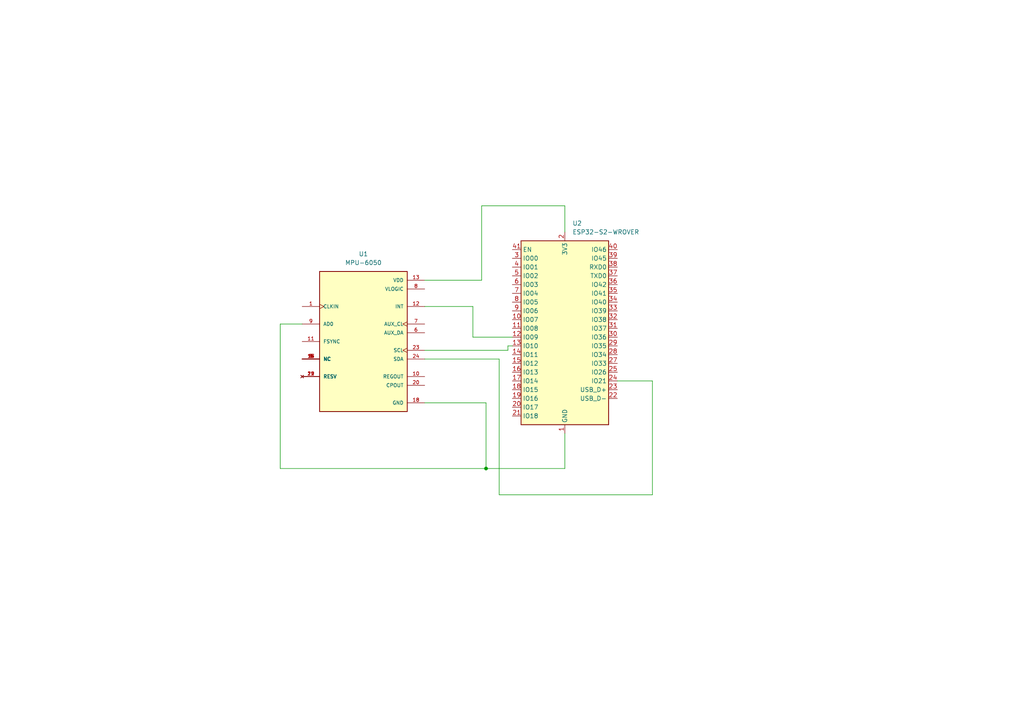
<source format=kicad_sch>
(kicad_sch
	(version 20231120)
	(generator "eeschema")
	(generator_version "8.0")
	(uuid "986669ec-1c20-4fe5-bb26-09a4609c38ca")
	(paper "A4")
	(lib_symbols
		(symbol "MPU-6050:MPU-6050"
			(pin_names
				(offset 1.016)
			)
			(exclude_from_sim no)
			(in_bom yes)
			(on_board yes)
			(property "Reference" "U"
				(at -12.7 21.082 0)
				(effects
					(font
						(size 1.27 1.27)
					)
					(justify left bottom)
				)
			)
			(property "Value" "MPU-6050"
				(at -12.7 -22.86 0)
				(effects
					(font
						(size 1.27 1.27)
					)
					(justify left bottom)
				)
			)
			(property "Footprint" "MPU-6050:QFN50P400X400X95-24N"
				(at 0 0 0)
				(effects
					(font
						(size 1.27 1.27)
					)
					(justify bottom)
					(hide yes)
				)
			)
			(property "Datasheet" ""
				(at 0 0 0)
				(effects
					(font
						(size 1.27 1.27)
					)
					(hide yes)
				)
			)
			(property "Description" ""
				(at 0 0 0)
				(effects
					(font
						(size 1.27 1.27)
					)
					(hide yes)
				)
			)
			(property "MF" "TDK InvenSense"
				(at 0 0 0)
				(effects
					(font
						(size 1.27 1.27)
					)
					(justify bottom)
					(hide yes)
				)
			)
			(property "MAXIMUM_PACKAGE_HEIGHT" "0.95mm"
				(at 0 0 0)
				(effects
					(font
						(size 1.27 1.27)
					)
					(justify bottom)
					(hide yes)
				)
			)
			(property "Package" "QFN-24 InvenSense"
				(at 0 0 0)
				(effects
					(font
						(size 1.27 1.27)
					)
					(justify bottom)
					(hide yes)
				)
			)
			(property "Price" "None"
				(at 0 0 0)
				(effects
					(font
						(size 1.27 1.27)
					)
					(justify bottom)
					(hide yes)
				)
			)
			(property "Check_prices" "https://www.snapeda.com/parts/MPU-6050/TDK+InvenSense/view-part/?ref=eda"
				(at 0 0 0)
				(effects
					(font
						(size 1.27 1.27)
					)
					(justify bottom)
					(hide yes)
				)
			)
			(property "STANDARD" "IPC-7351B"
				(at 0 0 0)
				(effects
					(font
						(size 1.27 1.27)
					)
					(justify bottom)
					(hide yes)
				)
			)
			(property "PARTREV" "3.4"
				(at 0 0 0)
				(effects
					(font
						(size 1.27 1.27)
					)
					(justify bottom)
					(hide yes)
				)
			)
			(property "SnapEDA_Link" "https://www.snapeda.com/parts/MPU-6050/TDK+InvenSense/view-part/?ref=snap"
				(at 0 0 0)
				(effects
					(font
						(size 1.27 1.27)
					)
					(justify bottom)
					(hide yes)
				)
			)
			(property "MP" "MPU-6050"
				(at 0 0 0)
				(effects
					(font
						(size 1.27 1.27)
					)
					(justify bottom)
					(hide yes)
				)
			)
			(property "Description_1" "\nMPU-6050 series Accelerometer, Gyroscope, 3 Axis Sensor Evaluation Board\n"
				(at 0 0 0)
				(effects
					(font
						(size 1.27 1.27)
					)
					(justify bottom)
					(hide yes)
				)
			)
			(property "Availability" "In Stock"
				(at 0 0 0)
				(effects
					(font
						(size 1.27 1.27)
					)
					(justify bottom)
					(hide yes)
				)
			)
			(property "MANUFACTURER" "InvenSense"
				(at 0 0 0)
				(effects
					(font
						(size 1.27 1.27)
					)
					(justify bottom)
					(hide yes)
				)
			)
			(symbol "MPU-6050_0_0"
				(rectangle
					(start -12.7 -20.32)
					(end 12.7 20.32)
					(stroke
						(width 0.254)
						(type default)
					)
					(fill
						(type background)
					)
				)
				(pin input clock
					(at -17.78 10.16 0)
					(length 5.08)
					(name "CLKIN"
						(effects
							(font
								(size 1.016 1.016)
							)
						)
					)
					(number "1"
						(effects
							(font
								(size 1.016 1.016)
							)
						)
					)
				)
				(pin passive line
					(at 17.78 -10.16 180)
					(length 5.08)
					(name "REGOUT"
						(effects
							(font
								(size 1.016 1.016)
							)
						)
					)
					(number "10"
						(effects
							(font
								(size 1.016 1.016)
							)
						)
					)
				)
				(pin input line
					(at -17.78 0 0)
					(length 5.08)
					(name "FSYNC"
						(effects
							(font
								(size 1.016 1.016)
							)
						)
					)
					(number "11"
						(effects
							(font
								(size 1.016 1.016)
							)
						)
					)
				)
				(pin output line
					(at 17.78 10.16 180)
					(length 5.08)
					(name "INT"
						(effects
							(font
								(size 1.016 1.016)
							)
						)
					)
					(number "12"
						(effects
							(font
								(size 1.016 1.016)
							)
						)
					)
				)
				(pin power_in line
					(at 17.78 17.78 180)
					(length 5.08)
					(name "VDD"
						(effects
							(font
								(size 1.016 1.016)
							)
						)
					)
					(number "13"
						(effects
							(font
								(size 1.016 1.016)
							)
						)
					)
				)
				(pin passive line
					(at -17.78 -5.08 0)
					(length 5.08)
					(name "NC"
						(effects
							(font
								(size 1.016 1.016)
							)
						)
					)
					(number "14"
						(effects
							(font
								(size 1.016 1.016)
							)
						)
					)
				)
				(pin passive line
					(at -17.78 -5.08 0)
					(length 5.08)
					(name "NC"
						(effects
							(font
								(size 1.016 1.016)
							)
						)
					)
					(number "15"
						(effects
							(font
								(size 1.016 1.016)
							)
						)
					)
				)
				(pin passive line
					(at -17.78 -5.08 0)
					(length 5.08)
					(name "NC"
						(effects
							(font
								(size 1.016 1.016)
							)
						)
					)
					(number "16"
						(effects
							(font
								(size 1.016 1.016)
							)
						)
					)
				)
				(pin passive line
					(at -17.78 -5.08 0)
					(length 5.08)
					(name "NC"
						(effects
							(font
								(size 1.016 1.016)
							)
						)
					)
					(number "17"
						(effects
							(font
								(size 1.016 1.016)
							)
						)
					)
				)
				(pin power_in line
					(at 17.78 -17.78 180)
					(length 5.08)
					(name "GND"
						(effects
							(font
								(size 1.016 1.016)
							)
						)
					)
					(number "18"
						(effects
							(font
								(size 1.016 1.016)
							)
						)
					)
				)
				(pin no_connect line
					(at -17.78 -10.16 0)
					(length 5.08)
					(name "RESV"
						(effects
							(font
								(size 1.016 1.016)
							)
						)
					)
					(number "19"
						(effects
							(font
								(size 1.016 1.016)
							)
						)
					)
				)
				(pin passive line
					(at -17.78 -5.08 0)
					(length 5.08)
					(name "NC"
						(effects
							(font
								(size 1.016 1.016)
							)
						)
					)
					(number "2"
						(effects
							(font
								(size 1.016 1.016)
							)
						)
					)
				)
				(pin passive line
					(at 17.78 -12.7 180)
					(length 5.08)
					(name "CPOUT"
						(effects
							(font
								(size 1.016 1.016)
							)
						)
					)
					(number "20"
						(effects
							(font
								(size 1.016 1.016)
							)
						)
					)
				)
				(pin no_connect line
					(at -17.78 -10.16 0)
					(length 5.08)
					(name "RESV"
						(effects
							(font
								(size 1.016 1.016)
							)
						)
					)
					(number "21"
						(effects
							(font
								(size 1.016 1.016)
							)
						)
					)
				)
				(pin no_connect line
					(at -17.78 -10.16 0)
					(length 5.08)
					(name "RESV"
						(effects
							(font
								(size 1.016 1.016)
							)
						)
					)
					(number "22"
						(effects
							(font
								(size 1.016 1.016)
							)
						)
					)
				)
				(pin input clock
					(at 17.78 -2.54 180)
					(length 5.08)
					(name "SCL"
						(effects
							(font
								(size 1.016 1.016)
							)
						)
					)
					(number "23"
						(effects
							(font
								(size 1.016 1.016)
							)
						)
					)
				)
				(pin bidirectional line
					(at 17.78 -5.08 180)
					(length 5.08)
					(name "SDA"
						(effects
							(font
								(size 1.016 1.016)
							)
						)
					)
					(number "24"
						(effects
							(font
								(size 1.016 1.016)
							)
						)
					)
				)
				(pin passive line
					(at -17.78 -5.08 0)
					(length 5.08)
					(name "NC"
						(effects
							(font
								(size 1.016 1.016)
							)
						)
					)
					(number "3"
						(effects
							(font
								(size 1.016 1.016)
							)
						)
					)
				)
				(pin passive line
					(at -17.78 -5.08 0)
					(length 5.08)
					(name "NC"
						(effects
							(font
								(size 1.016 1.016)
							)
						)
					)
					(number "4"
						(effects
							(font
								(size 1.016 1.016)
							)
						)
					)
				)
				(pin passive line
					(at -17.78 -5.08 0)
					(length 5.08)
					(name "NC"
						(effects
							(font
								(size 1.016 1.016)
							)
						)
					)
					(number "5"
						(effects
							(font
								(size 1.016 1.016)
							)
						)
					)
				)
				(pin bidirectional line
					(at 17.78 2.54 180)
					(length 5.08)
					(name "AUX_DA"
						(effects
							(font
								(size 1.016 1.016)
							)
						)
					)
					(number "6"
						(effects
							(font
								(size 1.016 1.016)
							)
						)
					)
				)
				(pin output clock
					(at 17.78 5.08 180)
					(length 5.08)
					(name "AUX_CL"
						(effects
							(font
								(size 1.016 1.016)
							)
						)
					)
					(number "7"
						(effects
							(font
								(size 1.016 1.016)
							)
						)
					)
				)
				(pin power_in line
					(at 17.78 15.24 180)
					(length 5.08)
					(name "VLOGIC"
						(effects
							(font
								(size 1.016 1.016)
							)
						)
					)
					(number "8"
						(effects
							(font
								(size 1.016 1.016)
							)
						)
					)
				)
				(pin input line
					(at -17.78 5.08 0)
					(length 5.08)
					(name "AD0"
						(effects
							(font
								(size 1.016 1.016)
							)
						)
					)
					(number "9"
						(effects
							(font
								(size 1.016 1.016)
							)
						)
					)
				)
			)
		)
		(symbol "RF_Module:ESP32-S2-WROVER"
			(exclude_from_sim no)
			(in_bom yes)
			(on_board yes)
			(property "Reference" "U"
				(at -12.7 29.21 0)
				(effects
					(font
						(size 1.27 1.27)
					)
					(justify left)
				)
			)
			(property "Value" "ESP32-S2-WROVER"
				(at 2.54 29.21 0)
				(effects
					(font
						(size 1.27 1.27)
					)
					(justify left)
				)
			)
			(property "Footprint" "RF_Module:ESP32-S2-WROVER"
				(at 19.05 -29.21 0)
				(effects
					(font
						(size 1.27 1.27)
					)
					(hide yes)
				)
			)
			(property "Datasheet" "https://www.espressif.com/sites/default/files/documentation/esp32-s2-wroom_esp32-s2-wroom-i_datasheet_en.pdf"
				(at -7.62 -20.32 0)
				(effects
					(font
						(size 1.27 1.27)
					)
					(hide yes)
				)
			)
			(property "Description" "RF Module, ESP32-D0WDQ6 SoC, Wi-Fi 802.11b/g/n, 32-bit, 2.7-3.6V, onboard antenna, SMD"
				(at 0 0 0)
				(effects
					(font
						(size 1.27 1.27)
					)
					(hide yes)
				)
			)
			(property "ki_keywords" "RF Radio ESP ESP32 Espressif onboard PCB antenna"
				(at 0 0 0)
				(effects
					(font
						(size 1.27 1.27)
					)
					(hide yes)
				)
			)
			(property "ki_fp_filters" "ESP32?S2?WROVER*"
				(at 0 0 0)
				(effects
					(font
						(size 1.27 1.27)
					)
					(hide yes)
				)
			)
			(symbol "ESP32-S2-WROVER_0_1"
				(rectangle
					(start -12.7 27.94)
					(end 12.7 -25.4)
					(stroke
						(width 0.254)
						(type default)
					)
					(fill
						(type background)
					)
				)
			)
			(symbol "ESP32-S2-WROVER_1_1"
				(pin power_in line
					(at 0 -27.94 90)
					(length 2.54)
					(name "GND"
						(effects
							(font
								(size 1.27 1.27)
							)
						)
					)
					(number "1"
						(effects
							(font
								(size 1.27 1.27)
							)
						)
					)
				)
				(pin bidirectional line
					(at -15.24 5.08 0)
					(length 2.54)
					(name "IO07"
						(effects
							(font
								(size 1.27 1.27)
							)
						)
					)
					(number "10"
						(effects
							(font
								(size 1.27 1.27)
							)
						)
					)
				)
				(pin bidirectional line
					(at -15.24 2.54 0)
					(length 2.54)
					(name "IO08"
						(effects
							(font
								(size 1.27 1.27)
							)
						)
					)
					(number "11"
						(effects
							(font
								(size 1.27 1.27)
							)
						)
					)
				)
				(pin bidirectional line
					(at -15.24 0 0)
					(length 2.54)
					(name "IO09"
						(effects
							(font
								(size 1.27 1.27)
							)
						)
					)
					(number "12"
						(effects
							(font
								(size 1.27 1.27)
							)
						)
					)
				)
				(pin bidirectional line
					(at -15.24 -2.54 0)
					(length 2.54)
					(name "IO10"
						(effects
							(font
								(size 1.27 1.27)
							)
						)
					)
					(number "13"
						(effects
							(font
								(size 1.27 1.27)
							)
						)
					)
				)
				(pin bidirectional line
					(at -15.24 -5.08 0)
					(length 2.54)
					(name "IO11"
						(effects
							(font
								(size 1.27 1.27)
							)
						)
					)
					(number "14"
						(effects
							(font
								(size 1.27 1.27)
							)
						)
					)
				)
				(pin bidirectional line
					(at -15.24 -7.62 0)
					(length 2.54)
					(name "IO12"
						(effects
							(font
								(size 1.27 1.27)
							)
						)
					)
					(number "15"
						(effects
							(font
								(size 1.27 1.27)
							)
						)
					)
				)
				(pin bidirectional line
					(at -15.24 -10.16 0)
					(length 2.54)
					(name "IO13"
						(effects
							(font
								(size 1.27 1.27)
							)
						)
					)
					(number "16"
						(effects
							(font
								(size 1.27 1.27)
							)
						)
					)
				)
				(pin bidirectional line
					(at -15.24 -12.7 0)
					(length 2.54)
					(name "IO14"
						(effects
							(font
								(size 1.27 1.27)
							)
						)
					)
					(number "17"
						(effects
							(font
								(size 1.27 1.27)
							)
						)
					)
				)
				(pin bidirectional line
					(at -15.24 -15.24 0)
					(length 2.54)
					(name "IO15"
						(effects
							(font
								(size 1.27 1.27)
							)
						)
					)
					(number "18"
						(effects
							(font
								(size 1.27 1.27)
							)
						)
					)
				)
				(pin bidirectional line
					(at -15.24 -17.78 0)
					(length 2.54)
					(name "IO16"
						(effects
							(font
								(size 1.27 1.27)
							)
						)
					)
					(number "19"
						(effects
							(font
								(size 1.27 1.27)
							)
						)
					)
				)
				(pin power_in line
					(at 0 30.48 270)
					(length 2.54)
					(name "3V3"
						(effects
							(font
								(size 1.27 1.27)
							)
						)
					)
					(number "2"
						(effects
							(font
								(size 1.27 1.27)
							)
						)
					)
				)
				(pin bidirectional line
					(at -15.24 -20.32 0)
					(length 2.54)
					(name "IO17"
						(effects
							(font
								(size 1.27 1.27)
							)
						)
					)
					(number "20"
						(effects
							(font
								(size 1.27 1.27)
							)
						)
					)
				)
				(pin bidirectional line
					(at -15.24 -22.86 0)
					(length 2.54)
					(name "IO18"
						(effects
							(font
								(size 1.27 1.27)
							)
						)
					)
					(number "21"
						(effects
							(font
								(size 1.27 1.27)
							)
						)
					)
				)
				(pin bidirectional line
					(at 15.24 -17.78 180)
					(length 2.54)
					(name "USB_D-"
						(effects
							(font
								(size 1.27 1.27)
							)
						)
					)
					(number "22"
						(effects
							(font
								(size 1.27 1.27)
							)
						)
					)
				)
				(pin bidirectional line
					(at 15.24 -15.24 180)
					(length 2.54)
					(name "USB_D+"
						(effects
							(font
								(size 1.27 1.27)
							)
						)
					)
					(number "23"
						(effects
							(font
								(size 1.27 1.27)
							)
						)
					)
				)
				(pin bidirectional line
					(at 15.24 -12.7 180)
					(length 2.54)
					(name "IO21"
						(effects
							(font
								(size 1.27 1.27)
							)
						)
					)
					(number "24"
						(effects
							(font
								(size 1.27 1.27)
							)
						)
					)
				)
				(pin bidirectional line
					(at 15.24 -10.16 180)
					(length 2.54)
					(name "IO26"
						(effects
							(font
								(size 1.27 1.27)
							)
						)
					)
					(number "25"
						(effects
							(font
								(size 1.27 1.27)
							)
						)
					)
				)
				(pin passive line
					(at 0 -27.94 90)
					(length 2.54) hide
					(name "GND"
						(effects
							(font
								(size 1.27 1.27)
							)
						)
					)
					(number "26"
						(effects
							(font
								(size 1.27 1.27)
							)
						)
					)
				)
				(pin bidirectional line
					(at 15.24 -7.62 180)
					(length 2.54)
					(name "IO33"
						(effects
							(font
								(size 1.27 1.27)
							)
						)
					)
					(number "27"
						(effects
							(font
								(size 1.27 1.27)
							)
						)
					)
				)
				(pin bidirectional line
					(at 15.24 -5.08 180)
					(length 2.54)
					(name "IO34"
						(effects
							(font
								(size 1.27 1.27)
							)
						)
					)
					(number "28"
						(effects
							(font
								(size 1.27 1.27)
							)
						)
					)
				)
				(pin bidirectional line
					(at 15.24 -2.54 180)
					(length 2.54)
					(name "IO35"
						(effects
							(font
								(size 1.27 1.27)
							)
						)
					)
					(number "29"
						(effects
							(font
								(size 1.27 1.27)
							)
						)
					)
				)
				(pin bidirectional line
					(at -15.24 22.86 0)
					(length 2.54)
					(name "IO00"
						(effects
							(font
								(size 1.27 1.27)
							)
						)
					)
					(number "3"
						(effects
							(font
								(size 1.27 1.27)
							)
						)
					)
				)
				(pin bidirectional line
					(at 15.24 0 180)
					(length 2.54)
					(name "IO36"
						(effects
							(font
								(size 1.27 1.27)
							)
						)
					)
					(number "30"
						(effects
							(font
								(size 1.27 1.27)
							)
						)
					)
				)
				(pin bidirectional line
					(at 15.24 2.54 180)
					(length 2.54)
					(name "IO37"
						(effects
							(font
								(size 1.27 1.27)
							)
						)
					)
					(number "31"
						(effects
							(font
								(size 1.27 1.27)
							)
						)
					)
				)
				(pin bidirectional line
					(at 15.24 5.08 180)
					(length 2.54)
					(name "IO38"
						(effects
							(font
								(size 1.27 1.27)
							)
						)
					)
					(number "32"
						(effects
							(font
								(size 1.27 1.27)
							)
						)
					)
				)
				(pin bidirectional line
					(at 15.24 7.62 180)
					(length 2.54)
					(name "IO39"
						(effects
							(font
								(size 1.27 1.27)
							)
						)
					)
					(number "33"
						(effects
							(font
								(size 1.27 1.27)
							)
						)
					)
				)
				(pin bidirectional line
					(at 15.24 10.16 180)
					(length 2.54)
					(name "IO40"
						(effects
							(font
								(size 1.27 1.27)
							)
						)
					)
					(number "34"
						(effects
							(font
								(size 1.27 1.27)
							)
						)
					)
				)
				(pin bidirectional line
					(at 15.24 12.7 180)
					(length 2.54)
					(name "IO41"
						(effects
							(font
								(size 1.27 1.27)
							)
						)
					)
					(number "35"
						(effects
							(font
								(size 1.27 1.27)
							)
						)
					)
				)
				(pin bidirectional line
					(at 15.24 15.24 180)
					(length 2.54)
					(name "IO42"
						(effects
							(font
								(size 1.27 1.27)
							)
						)
					)
					(number "36"
						(effects
							(font
								(size 1.27 1.27)
							)
						)
					)
				)
				(pin bidirectional line
					(at 15.24 17.78 180)
					(length 2.54)
					(name "TXD0"
						(effects
							(font
								(size 1.27 1.27)
							)
						)
					)
					(number "37"
						(effects
							(font
								(size 1.27 1.27)
							)
						)
					)
				)
				(pin bidirectional line
					(at 15.24 20.32 180)
					(length 2.54)
					(name "RXD0"
						(effects
							(font
								(size 1.27 1.27)
							)
						)
					)
					(number "38"
						(effects
							(font
								(size 1.27 1.27)
							)
						)
					)
				)
				(pin bidirectional line
					(at 15.24 22.86 180)
					(length 2.54)
					(name "IO45"
						(effects
							(font
								(size 1.27 1.27)
							)
						)
					)
					(number "39"
						(effects
							(font
								(size 1.27 1.27)
							)
						)
					)
				)
				(pin bidirectional line
					(at -15.24 20.32 0)
					(length 2.54)
					(name "IO01"
						(effects
							(font
								(size 1.27 1.27)
							)
						)
					)
					(number "4"
						(effects
							(font
								(size 1.27 1.27)
							)
						)
					)
				)
				(pin input line
					(at 15.24 25.4 180)
					(length 2.54)
					(name "IO46"
						(effects
							(font
								(size 1.27 1.27)
							)
						)
					)
					(number "40"
						(effects
							(font
								(size 1.27 1.27)
							)
						)
					)
				)
				(pin input line
					(at -15.24 25.4 0)
					(length 2.54)
					(name "EN"
						(effects
							(font
								(size 1.27 1.27)
							)
						)
					)
					(number "41"
						(effects
							(font
								(size 1.27 1.27)
							)
						)
					)
				)
				(pin passive line
					(at 0 -27.94 90)
					(length 2.54) hide
					(name "GND"
						(effects
							(font
								(size 1.27 1.27)
							)
						)
					)
					(number "42"
						(effects
							(font
								(size 1.27 1.27)
							)
						)
					)
				)
				(pin passive line
					(at 0 -27.94 90)
					(length 2.54) hide
					(name "GND"
						(effects
							(font
								(size 1.27 1.27)
							)
						)
					)
					(number "43"
						(effects
							(font
								(size 1.27 1.27)
							)
						)
					)
				)
				(pin bidirectional line
					(at -15.24 17.78 0)
					(length 2.54)
					(name "IO02"
						(effects
							(font
								(size 1.27 1.27)
							)
						)
					)
					(number "5"
						(effects
							(font
								(size 1.27 1.27)
							)
						)
					)
				)
				(pin bidirectional line
					(at -15.24 15.24 0)
					(length 2.54)
					(name "IO03"
						(effects
							(font
								(size 1.27 1.27)
							)
						)
					)
					(number "6"
						(effects
							(font
								(size 1.27 1.27)
							)
						)
					)
				)
				(pin bidirectional line
					(at -15.24 12.7 0)
					(length 2.54)
					(name "IO04"
						(effects
							(font
								(size 1.27 1.27)
							)
						)
					)
					(number "7"
						(effects
							(font
								(size 1.27 1.27)
							)
						)
					)
				)
				(pin bidirectional line
					(at -15.24 10.16 0)
					(length 2.54)
					(name "IO05"
						(effects
							(font
								(size 1.27 1.27)
							)
						)
					)
					(number "8"
						(effects
							(font
								(size 1.27 1.27)
							)
						)
					)
				)
				(pin bidirectional line
					(at -15.24 7.62 0)
					(length 2.54)
					(name "IO06"
						(effects
							(font
								(size 1.27 1.27)
							)
						)
					)
					(number "9"
						(effects
							(font
								(size 1.27 1.27)
							)
						)
					)
				)
			)
		)
	)
	(junction
		(at 140.97 135.89)
		(diameter 0)
		(color 0 0 0 0)
		(uuid "14c3703f-3e5f-4fca-a08f-90506b9a099f")
	)
	(wire
		(pts
			(xy 163.83 59.69) (xy 163.83 67.31)
		)
		(stroke
			(width 0)
			(type default)
		)
		(uuid "10543ffc-37d9-4d1e-b0d4-239b66d6293c")
	)
	(wire
		(pts
			(xy 123.19 88.9) (xy 137.16 88.9)
		)
		(stroke
			(width 0)
			(type default)
		)
		(uuid "255657a0-b1e1-46cb-81ad-42dd5c681523")
	)
	(wire
		(pts
			(xy 140.97 135.89) (xy 163.83 135.89)
		)
		(stroke
			(width 0)
			(type default)
		)
		(uuid "3b65923d-14cd-477e-a03f-d6753199dc0e")
	)
	(wire
		(pts
			(xy 147.32 100.33) (xy 148.59 100.33)
		)
		(stroke
			(width 0)
			(type default)
		)
		(uuid "51aaeef1-997e-462f-aa89-c3f55d7de5ec")
	)
	(wire
		(pts
			(xy 139.7 59.69) (xy 163.83 59.69)
		)
		(stroke
			(width 0)
			(type default)
		)
		(uuid "6e47140c-7b0b-448c-aa88-3ec638ee4ab1")
	)
	(wire
		(pts
			(xy 139.7 81.28) (xy 139.7 59.69)
		)
		(stroke
			(width 0)
			(type default)
		)
		(uuid "823bd0e5-73cd-45d6-96a4-bdbef08fb568")
	)
	(wire
		(pts
			(xy 189.23 143.51) (xy 189.23 110.49)
		)
		(stroke
			(width 0)
			(type default)
		)
		(uuid "8243f849-1edf-43da-a229-b536a5fa41da")
	)
	(wire
		(pts
			(xy 123.19 104.14) (xy 144.78 104.14)
		)
		(stroke
			(width 0)
			(type default)
		)
		(uuid "94ed977e-20f5-4515-b039-88818bfbb453")
	)
	(wire
		(pts
			(xy 81.28 93.98) (xy 81.28 135.89)
		)
		(stroke
			(width 0)
			(type default)
		)
		(uuid "954f2071-2327-4931-9a29-2f3885d8eb33")
	)
	(wire
		(pts
			(xy 144.78 104.14) (xy 144.78 143.51)
		)
		(stroke
			(width 0)
			(type default)
		)
		(uuid "9e9fdd22-7eb7-4418-9581-d5e660b77391")
	)
	(wire
		(pts
			(xy 123.19 81.28) (xy 139.7 81.28)
		)
		(stroke
			(width 0)
			(type default)
		)
		(uuid "bcdc721b-f8fa-4d7c-bda9-27ac3801683e")
	)
	(wire
		(pts
			(xy 137.16 88.9) (xy 137.16 97.79)
		)
		(stroke
			(width 0)
			(type default)
		)
		(uuid "c0b24d3a-89ff-4319-97bb-89c9dd260176")
	)
	(wire
		(pts
			(xy 87.63 93.98) (xy 81.28 93.98)
		)
		(stroke
			(width 0)
			(type default)
		)
		(uuid "c22b4c69-fe87-4d44-8c3e-877795a0723c")
	)
	(wire
		(pts
			(xy 163.83 135.89) (xy 163.83 125.73)
		)
		(stroke
			(width 0)
			(type default)
		)
		(uuid "c7c0a4ae-6ce7-4f7f-89ba-df943c72a6ba")
	)
	(wire
		(pts
			(xy 123.19 101.6) (xy 147.32 101.6)
		)
		(stroke
			(width 0)
			(type default)
		)
		(uuid "d0eac9ec-47e4-43e7-b78a-9fb4046a7196")
	)
	(wire
		(pts
			(xy 123.19 116.84) (xy 140.97 116.84)
		)
		(stroke
			(width 0)
			(type default)
		)
		(uuid "e57be865-1e71-4948-b0ef-ac6c65ca0bbb")
	)
	(wire
		(pts
			(xy 140.97 116.84) (xy 140.97 135.89)
		)
		(stroke
			(width 0)
			(type default)
		)
		(uuid "e58efa2c-1f09-41f4-a644-faa7933cfa07")
	)
	(wire
		(pts
			(xy 189.23 110.49) (xy 179.07 110.49)
		)
		(stroke
			(width 0)
			(type default)
		)
		(uuid "e904657c-5328-47e5-9ae5-4a05fe8757ab")
	)
	(wire
		(pts
			(xy 81.28 135.89) (xy 140.97 135.89)
		)
		(stroke
			(width 0)
			(type default)
		)
		(uuid "ead9bdb7-12d5-4f4f-b9cc-ee07212fc432")
	)
	(wire
		(pts
			(xy 137.16 97.79) (xy 148.59 97.79)
		)
		(stroke
			(width 0)
			(type default)
		)
		(uuid "eb795ec2-24d6-4644-aa42-ce9b0b52fd4e")
	)
	(wire
		(pts
			(xy 147.32 101.6) (xy 147.32 100.33)
		)
		(stroke
			(width 0)
			(type default)
		)
		(uuid "ed47fb7d-06bf-4523-a6a2-b3b368a0cb36")
	)
	(wire
		(pts
			(xy 144.78 143.51) (xy 189.23 143.51)
		)
		(stroke
			(width 0)
			(type default)
		)
		(uuid "ee278147-b084-4082-9daa-698108c31232")
	)
	(symbol
		(lib_id "RF_Module:ESP32-S2-WROVER")
		(at 163.83 97.79 0)
		(unit 1)
		(exclude_from_sim no)
		(in_bom yes)
		(on_board yes)
		(dnp no)
		(fields_autoplaced yes)
		(uuid "48da7182-fabc-4987-aac4-f32ce98e4d2b")
		(property "Reference" "U2"
			(at 166.0241 64.77 0)
			(effects
				(font
					(size 1.27 1.27)
				)
				(justify left)
			)
		)
		(property "Value" "ESP32-S2-WROVER"
			(at 166.0241 67.31 0)
			(effects
				(font
					(size 1.27 1.27)
				)
				(justify left)
			)
		)
		(property "Footprint" "RF_Module:ESP32-S2-WROVER"
			(at 182.88 127 0)
			(effects
				(font
					(size 1.27 1.27)
				)
				(hide yes)
			)
		)
		(property "Datasheet" "https://www.espressif.com/sites/default/files/documentation/esp32-s2-wroom_esp32-s2-wroom-i_datasheet_en.pdf"
			(at 156.21 118.11 0)
			(effects
				(font
					(size 1.27 1.27)
				)
				(hide yes)
			)
		)
		(property "Description" "RF Module, ESP32-D0WDQ6 SoC, Wi-Fi 802.11b/g/n, 32-bit, 2.7-3.6V, onboard antenna, SMD"
			(at 163.83 97.79 0)
			(effects
				(font
					(size 1.27 1.27)
				)
				(hide yes)
			)
		)
		(pin "14"
			(uuid "5cd54d61-6cb3-4782-862c-9e21ea83bd70")
		)
		(pin "40"
			(uuid "013e22a1-babf-4904-9116-34cf95f842af")
		)
		(pin "12"
			(uuid "e6c89228-a5f8-4b9d-ad8d-4af763598bda")
		)
		(pin "25"
			(uuid "0e0083eb-4963-41aa-b040-acffab4c841d")
		)
		(pin "34"
			(uuid "5238c3bd-ccf4-452d-8961-cb4dd2840146")
		)
		(pin "26"
			(uuid "a17b6cdf-d616-4dae-8d5d-46099dc70fb5")
		)
		(pin "35"
			(uuid "4dfdd21c-9777-42ce-8777-df72d4bcf4e0")
		)
		(pin "21"
			(uuid "12270016-1719-444f-b742-2ddedceda2be")
		)
		(pin "10"
			(uuid "c244a96a-c3ac-4def-8323-0a2d21e76833")
		)
		(pin "37"
			(uuid "1673d931-84c0-4daf-85ce-0e5bf208bcd9")
		)
		(pin "22"
			(uuid "7524e948-34bf-436b-be66-117daae24393")
		)
		(pin "41"
			(uuid "0587edee-0e79-43fa-9db0-2e645d9e2ad5")
		)
		(pin "7"
			(uuid "39a9e7fd-0e62-4de9-a8c4-dad02af74fa1")
		)
		(pin "27"
			(uuid "2c8a746d-62e7-4794-9d04-e3eae4670f13")
		)
		(pin "16"
			(uuid "0e7154bd-e9a4-4e4a-a448-da765e7029e9")
		)
		(pin "18"
			(uuid "a81e233e-e5e8-448a-b091-e6fa18f70c50")
		)
		(pin "20"
			(uuid "78cf5f71-6e93-4ce7-9561-2e1ec2349367")
		)
		(pin "28"
			(uuid "ef6ae8e0-fea1-453e-be23-73da85c198d9")
		)
		(pin "39"
			(uuid "22200562-1a1b-46f4-8a45-e60a2f833044")
		)
		(pin "2"
			(uuid "e1bd1bb1-f9b1-493b-b304-ca49ba01ef2e")
		)
		(pin "4"
			(uuid "d27ca4ab-d89b-40f8-861a-a7fb9bddadad")
		)
		(pin "11"
			(uuid "998ede47-28d3-4087-9311-33f68ce3c01f")
		)
		(pin "42"
			(uuid "39d32845-86c4-4a45-87e8-da59f9652fa3")
		)
		(pin "24"
			(uuid "8b936ae2-851d-4a1f-b32d-8a34e8a31572")
		)
		(pin "8"
			(uuid "ab32503f-e9ce-4b9a-b6ae-52cf1d41936b")
		)
		(pin "30"
			(uuid "0eee1fdf-556e-4b6b-ad56-f1c97b1b02dc")
		)
		(pin "38"
			(uuid "f6824ed7-c1c4-4b83-9b72-445727cb16cf")
		)
		(pin "6"
			(uuid "72ab4093-4dfd-4559-a9f5-555304d172ee")
		)
		(pin "9"
			(uuid "df78b55e-b6fc-4360-b76b-316f358ea093")
		)
		(pin "33"
			(uuid "3ce4cc39-6bed-4294-b0a4-f9482781b5e5")
		)
		(pin "5"
			(uuid "2e6d7574-644a-4a84-bcc7-f65291e5b025")
		)
		(pin "1"
			(uuid "1c50d5e1-9e2b-405d-8ebb-2a5ea808cab3")
		)
		(pin "31"
			(uuid "86540786-4287-40c7-ae4d-ad141310ffcd")
		)
		(pin "19"
			(uuid "6168fc2f-8a69-4e49-a634-26658321578c")
		)
		(pin "29"
			(uuid "9f17a1e9-8b4f-4b52-b179-4a1255a6e1c8")
		)
		(pin "13"
			(uuid "b1c8a861-0db8-4444-937c-d1b58aae85b4")
		)
		(pin "23"
			(uuid "701f86ed-1529-4044-b52f-5ee2dd7f3de3")
		)
		(pin "32"
			(uuid "5cadf2c1-2dce-4723-a268-81bcc9290c74")
		)
		(pin "15"
			(uuid "78619c8f-0a75-45fb-976a-6ccd8bd2f128")
		)
		(pin "36"
			(uuid "ef7116b3-b2bf-442c-95f8-825bed139d54")
		)
		(pin "17"
			(uuid "3e50f282-e0f1-40a3-b981-be70e24343f0")
		)
		(pin "3"
			(uuid "3f71173f-7eaf-4d51-8ba3-b2d96471a11a")
		)
		(pin "43"
			(uuid "bd484d4f-6852-4c34-9080-c7b516bb65b5")
		)
		(instances
			(project ""
				(path "/986669ec-1c20-4fe5-bb26-09a4609c38ca"
					(reference "U2")
					(unit 1)
				)
			)
		)
	)
	(symbol
		(lib_id "MPU-6050:MPU-6050")
		(at 105.41 99.06 0)
		(unit 1)
		(exclude_from_sim no)
		(in_bom yes)
		(on_board yes)
		(dnp no)
		(fields_autoplaced yes)
		(uuid "e400a17d-e65f-4b2d-92a2-0b0d575fc409")
		(property "Reference" "U1"
			(at 105.41 73.66 0)
			(effects
				(font
					(size 1.27 1.27)
				)
			)
		)
		(property "Value" "MPU-6050"
			(at 105.41 76.2 0)
			(effects
				(font
					(size 1.27 1.27)
				)
			)
		)
		(property "Footprint" "MPU-6050:QFN50P400X400X95-24N"
			(at 105.41 99.06 0)
			(effects
				(font
					(size 1.27 1.27)
				)
				(justify bottom)
				(hide yes)
			)
		)
		(property "Datasheet" ""
			(at 105.41 99.06 0)
			(effects
				(font
					(size 1.27 1.27)
				)
				(hide yes)
			)
		)
		(property "Description" ""
			(at 105.41 99.06 0)
			(effects
				(font
					(size 1.27 1.27)
				)
				(hide yes)
			)
		)
		(property "MF" "TDK InvenSense"
			(at 105.41 99.06 0)
			(effects
				(font
					(size 1.27 1.27)
				)
				(justify bottom)
				(hide yes)
			)
		)
		(property "MAXIMUM_PACKAGE_HEIGHT" "0.95mm"
			(at 105.41 99.06 0)
			(effects
				(font
					(size 1.27 1.27)
				)
				(justify bottom)
				(hide yes)
			)
		)
		(property "Package" "QFN-24 InvenSense"
			(at 105.41 99.06 0)
			(effects
				(font
					(size 1.27 1.27)
				)
				(justify bottom)
				(hide yes)
			)
		)
		(property "Price" "None"
			(at 105.41 99.06 0)
			(effects
				(font
					(size 1.27 1.27)
				)
				(justify bottom)
				(hide yes)
			)
		)
		(property "Check_prices" "https://www.snapeda.com/parts/MPU-6050/TDK+InvenSense/view-part/?ref=eda"
			(at 105.41 99.06 0)
			(effects
				(font
					(size 1.27 1.27)
				)
				(justify bottom)
				(hide yes)
			)
		)
		(property "STANDARD" "IPC-7351B"
			(at 105.41 99.06 0)
			(effects
				(font
					(size 1.27 1.27)
				)
				(justify bottom)
				(hide yes)
			)
		)
		(property "PARTREV" "3.4"
			(at 105.41 99.06 0)
			(effects
				(font
					(size 1.27 1.27)
				)
				(justify bottom)
				(hide yes)
			)
		)
		(property "SnapEDA_Link" "https://www.snapeda.com/parts/MPU-6050/TDK+InvenSense/view-part/?ref=snap"
			(at 105.41 99.06 0)
			(effects
				(font
					(size 1.27 1.27)
				)
				(justify bottom)
				(hide yes)
			)
		)
		(property "MP" "MPU-6050"
			(at 105.41 99.06 0)
			(effects
				(font
					(size 1.27 1.27)
				)
				(justify bottom)
				(hide yes)
			)
		)
		(property "Description_1" "\nMPU-6050 series Accelerometer, Gyroscope, 3 Axis Sensor Evaluation Board\n"
			(at 105.41 99.06 0)
			(effects
				(font
					(size 1.27 1.27)
				)
				(justify bottom)
				(hide yes)
			)
		)
		(property "Availability" "In Stock"
			(at 105.41 99.06 0)
			(effects
				(font
					(size 1.27 1.27)
				)
				(justify bottom)
				(hide yes)
			)
		)
		(property "MANUFACTURER" "InvenSense"
			(at 105.41 99.06 0)
			(effects
				(font
					(size 1.27 1.27)
				)
				(justify bottom)
				(hide yes)
			)
		)
		(pin "16"
			(uuid "aa8612d6-46ab-40a5-b5c6-51e44617319a")
		)
		(pin "4"
			(uuid "9eadf916-57d3-45c9-91db-ddbd1b27cc8d")
		)
		(pin "18"
			(uuid "1542eecb-35b1-48ee-938f-119fc86a5b7d")
		)
		(pin "24"
			(uuid "0dd0b564-b3e5-49e4-b8a5-4deb7d7d2345")
		)
		(pin "2"
			(uuid "e12521e3-95a5-4eea-838a-98ed0432794f")
		)
		(pin "8"
			(uuid "26855b16-b29c-48a1-a5cd-ce19d6057dec")
		)
		(pin "10"
			(uuid "39294f46-a338-4b33-b683-f656ae4d1778")
		)
		(pin "20"
			(uuid "32190252-8d12-4897-8eff-e2b6d54dd44b")
		)
		(pin "7"
			(uuid "08f02f3e-3c4a-468e-9121-98457a40782a")
		)
		(pin "14"
			(uuid "4b0fa189-a356-46d4-a93c-67202d698d96")
		)
		(pin "6"
			(uuid "57f00172-45d5-4bae-a210-a7045fedf07a")
		)
		(pin "13"
			(uuid "4b6e0ab4-dae1-4b03-8950-fb56079c8b83")
		)
		(pin "12"
			(uuid "0e3444fa-95e4-4147-aac5-501ede27b6e8")
		)
		(pin "19"
			(uuid "f06dd04d-089c-4c57-8a0a-1d52180b1fdd")
		)
		(pin "22"
			(uuid "584cef10-e304-4a5f-875e-d82c257095b2")
		)
		(pin "3"
			(uuid "457efd40-133f-48cd-95b9-764180c76e5b")
		)
		(pin "9"
			(uuid "b150b74b-a084-4675-a1b5-6fe511bb5bb3")
		)
		(pin "17"
			(uuid "53ea3885-1c9f-4d3c-8ab7-f5615ddc2aea")
		)
		(pin "1"
			(uuid "1474fad2-da6a-457e-865a-4c89c3c2d93d")
		)
		(pin "23"
			(uuid "f130c446-b85b-4c51-9888-39b1e2400c03")
		)
		(pin "5"
			(uuid "c156381c-5d72-421e-b21c-ae33c26d0fd4")
		)
		(pin "11"
			(uuid "5c4c71a1-a602-4f68-8b48-2df19eda5a9d")
		)
		(pin "21"
			(uuid "fdbdccc3-45d3-4a33-89aa-1cc54c35ded5")
		)
		(pin "15"
			(uuid "7c517968-0f65-400c-916f-6e537d3becb2")
		)
		(instances
			(project ""
				(path "/986669ec-1c20-4fe5-bb26-09a4609c38ca"
					(reference "U1")
					(unit 1)
				)
			)
		)
	)
	(sheet_instances
		(path "/"
			(page "1")
		)
	)
)

</source>
